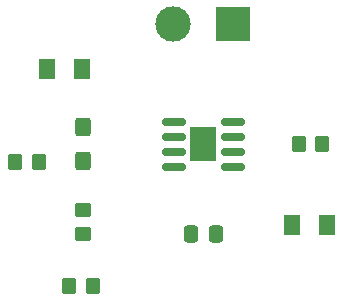
<source format=gbr>
%TF.GenerationSoftware,KiCad,Pcbnew,(6.0.10)*%
%TF.CreationDate,2023-02-23T16:05:15-08:00*%
%TF.ProjectId,lab4 Exercise 2,6c616234-2045-4786-9572-636973652032,rev?*%
%TF.SameCoordinates,Original*%
%TF.FileFunction,Soldermask,Top*%
%TF.FilePolarity,Negative*%
%FSLAX46Y46*%
G04 Gerber Fmt 4.6, Leading zero omitted, Abs format (unit mm)*
G04 Created by KiCad (PCBNEW (6.0.10)) date 2023-02-23 16:05:15*
%MOMM*%
%LPD*%
G01*
G04 APERTURE LIST*
G04 Aperture macros list*
%AMRoundRect*
0 Rectangle with rounded corners*
0 $1 Rounding radius*
0 $2 $3 $4 $5 $6 $7 $8 $9 X,Y pos of 4 corners*
0 Add a 4 corners polygon primitive as box body*
4,1,4,$2,$3,$4,$5,$6,$7,$8,$9,$2,$3,0*
0 Add four circle primitives for the rounded corners*
1,1,$1+$1,$2,$3*
1,1,$1+$1,$4,$5*
1,1,$1+$1,$6,$7*
1,1,$1+$1,$8,$9*
0 Add four rect primitives between the rounded corners*
20,1,$1+$1,$2,$3,$4,$5,0*
20,1,$1+$1,$4,$5,$6,$7,0*
20,1,$1+$1,$6,$7,$8,$9,0*
20,1,$1+$1,$8,$9,$2,$3,0*%
G04 Aperture macros list end*
%ADD10R,3.000000X3.000000*%
%ADD11C,3.000000*%
%ADD12RoundRect,0.250000X0.337500X0.475000X-0.337500X0.475000X-0.337500X-0.475000X0.337500X-0.475000X0*%
%ADD13RoundRect,0.250000X-0.350000X-0.450000X0.350000X-0.450000X0.350000X0.450000X-0.350000X0.450000X0*%
%ADD14RoundRect,0.250001X0.462499X0.624999X-0.462499X0.624999X-0.462499X-0.624999X0.462499X-0.624999X0*%
%ADD15RoundRect,0.250000X0.450000X-0.350000X0.450000X0.350000X-0.450000X0.350000X-0.450000X-0.350000X0*%
%ADD16RoundRect,0.250000X0.425000X-0.537500X0.425000X0.537500X-0.425000X0.537500X-0.425000X-0.537500X0*%
%ADD17RoundRect,0.250000X0.350000X0.450000X-0.350000X0.450000X-0.350000X-0.450000X0.350000X-0.450000X0*%
%ADD18RoundRect,0.150000X-0.825000X-0.150000X0.825000X-0.150000X0.825000X0.150000X-0.825000X0.150000X0*%
%ADD19R,2.290000X3.000000*%
%ADD20RoundRect,0.250001X-0.462499X-0.624999X0.462499X-0.624999X0.462499X0.624999X-0.462499X0.624999X0*%
G04 APERTURE END LIST*
D10*
%TO.C,J1*%
X154940000Y-91440000D03*
D11*
X149860000Y-91440000D03*
%TD*%
D12*
%TO.C,C2*%
X153437500Y-109220000D03*
X151362500Y-109220000D03*
%TD*%
D13*
%TO.C,R4*%
X136472936Y-103140000D03*
X138472936Y-103140000D03*
%TD*%
D14*
%TO.C,D2*%
X142127500Y-95230000D03*
X139152500Y-95230000D03*
%TD*%
D15*
%TO.C,R2*%
X142240000Y-109210000D03*
X142240000Y-107210000D03*
%TD*%
D16*
%TO.C,C1*%
X142240000Y-103037500D03*
X142240000Y-100162500D03*
%TD*%
D17*
%TO.C,R1*%
X162460000Y-101600000D03*
X160460000Y-101600000D03*
%TD*%
%TO.C,R3*%
X143012936Y-113565000D03*
X141012936Y-113565000D03*
%TD*%
D18*
%TO.C,U1*%
X149925000Y-99695000D03*
X149925000Y-100965000D03*
X149925000Y-102235000D03*
X149925000Y-103505000D03*
X154875000Y-103505000D03*
X154875000Y-102235000D03*
X154875000Y-100965000D03*
X154875000Y-99695000D03*
D19*
X152400000Y-101600000D03*
%TD*%
D20*
%TO.C,D1*%
X159872500Y-108420000D03*
X162847500Y-108420000D03*
%TD*%
M02*

</source>
